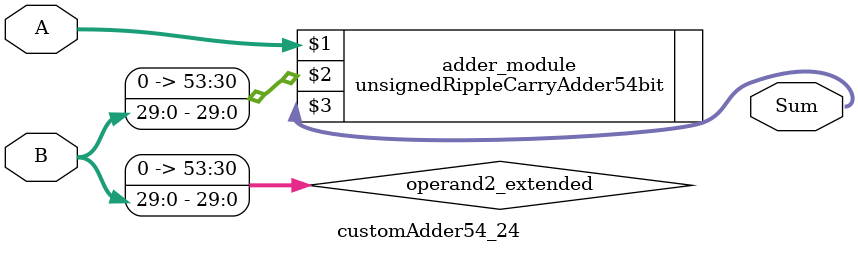
<source format=v>
module customAdder54_24(
                        input [53 : 0] A,
                        input [29 : 0] B,
                        
                        output [54 : 0] Sum
                );

        wire [53 : 0] operand2_extended;
        
        assign operand2_extended =  {24'b0, B};
        
        unsignedRippleCarryAdder54bit adder_module(
            A,
            operand2_extended,
            Sum
        );
        
        endmodule
        
</source>
